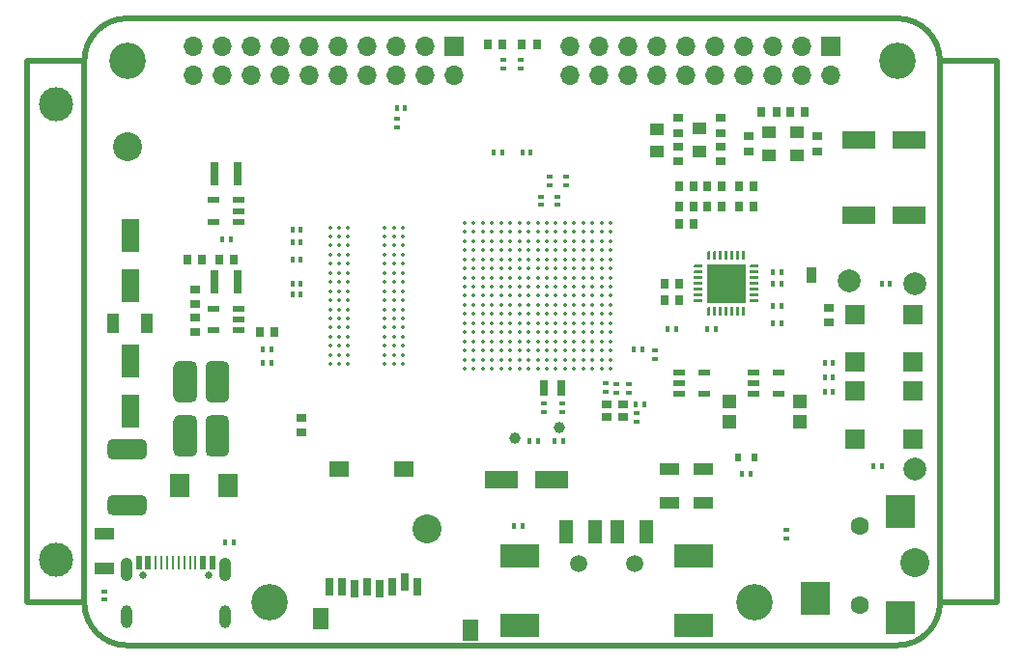
<source format=gbr>
%TF.GenerationSoftware,KiCad,Pcbnew,(5.1.10-1-10_14)*%
%TF.CreationDate,2021-07-27T16:35:17+02:00*%
%TF.ProjectId,EX-PCB-10108-001,45582d50-4342-42d3-9130-3130382d3030,A*%
%TF.SameCoordinates,Original*%
%TF.FileFunction,Soldermask,Top*%
%TF.FilePolarity,Negative*%
%FSLAX46Y46*%
G04 Gerber Fmt 4.6, Leading zero omitted, Abs format (unit mm)*
G04 Created by KiCad (PCBNEW (5.1.10-1-10_14)) date 2021-07-27 16:35:17*
%MOMM*%
%LPD*%
G01*
G04 APERTURE LIST*
%TA.AperFunction,Profile*%
%ADD10C,0.500000*%
%TD*%
%ADD11C,3.000000*%
%ADD12O,1.000000X2.000000*%
%ADD13O,1.050000X2.100000*%
%ADD14C,0.650000*%
%ADD15R,0.550000X1.150000*%
%ADD16R,0.250000X1.150000*%
%ADD17R,0.900000X0.800000*%
%ADD18R,0.510000X0.450000*%
%ADD19R,0.450000X0.510000*%
%ADD20C,1.000000*%
%ADD21R,0.810000X0.710000*%
%ADD22R,0.800000X1.500000*%
%ADD23R,1.400000X1.900000*%
%ADD24R,1.800000X1.400000*%
%ADD25R,0.710000X0.810000*%
%ADD26R,3.350000X3.350000*%
%ADD27R,1.060000X0.500000*%
%ADD28C,2.000000*%
%ADD29C,2.540000*%
%ADD30R,1.250000X1.150000*%
%ADD31R,1.800000X1.070000*%
%ADD32R,0.600000X0.700000*%
%ADD33R,1.250000X1.000000*%
%ADD34R,3.000000X1.600000*%
%ADD35R,2.550000X2.900000*%
%ADD36C,1.600000*%
%ADD37R,1.700000X1.700000*%
%ADD38O,1.700000X1.700000*%
%ADD39C,1.500000*%
%ADD40R,1.250000X2.000000*%
%ADD41R,3.500000X2.000000*%
%ADD42C,3.200000*%
%ADD43C,0.350000*%
%ADD44R,1.800000X1.800000*%
%ADD45R,1.070000X1.800000*%
%ADD46R,1.750000X2.000000*%
%ADD47R,1.600000X3.000000*%
%ADD48R,0.800000X2.000000*%
%ADD49R,0.700000X1.400000*%
G04 APERTURE END LIST*
D10*
X41450000Y-85250000D02*
X46450000Y-85250000D01*
X41450000Y-132750000D02*
X46450000Y-132750000D01*
X121450000Y-132750000D02*
X126450000Y-132750000D01*
X126450000Y-85250000D02*
X121450000Y-85250000D01*
X126450000Y-85250000D02*
X126450000Y-132750000D01*
X41450000Y-85250000D02*
X41450000Y-132750000D01*
X117700000Y-81500000D02*
G75*
G02*
X121450000Y-85250000I0J-3750000D01*
G01*
X46450000Y-85250000D02*
G75*
G02*
X50200000Y-81500000I3750000J0D01*
G01*
X50200000Y-136500000D02*
G75*
G02*
X46450000Y-132750000I0J3750000D01*
G01*
X121450000Y-132750000D02*
G75*
G02*
X117700000Y-136500000I-3750000J0D01*
G01*
X46450000Y-85250000D02*
X46450000Y-132750000D01*
X117700000Y-136500000D02*
X50200000Y-136500000D01*
X117700000Y-81500000D02*
X50200000Y-81500000D01*
X121450000Y-85250000D02*
X121450000Y-132750000D01*
D11*
X43950000Y-129025000D03*
X43950000Y-89025000D03*
D12*
X50130000Y-134000000D03*
X58770000Y-134000000D03*
D13*
X50130000Y-129820000D03*
X58770000Y-129820000D03*
D14*
X57340000Y-130320000D03*
X51560000Y-130320000D03*
D15*
X51250000Y-129245000D03*
X57650000Y-129245000D03*
X52050000Y-129245000D03*
X56850000Y-129245000D03*
D16*
X54700000Y-129245000D03*
X54200000Y-129245000D03*
X55200000Y-129245000D03*
X55700000Y-129245000D03*
X56200000Y-129245000D03*
X53700000Y-129245000D03*
X53200000Y-129245000D03*
X52700000Y-129245000D03*
D17*
X92250000Y-116450000D03*
X93650000Y-116450000D03*
X93650000Y-115350000D03*
X92250000Y-115350000D03*
D18*
X94150000Y-113625000D03*
X94150000Y-114375000D03*
X92150000Y-113525000D03*
X92150000Y-114275000D03*
D19*
X65425000Y-100000000D03*
X64675000Y-100000000D03*
X65425000Y-101100000D03*
X64675000Y-101100000D03*
D20*
X88050000Y-117400000D03*
X84200000Y-118300000D03*
D19*
X86225000Y-118550000D03*
X85475000Y-118550000D03*
X87675000Y-118550000D03*
X88425000Y-118550000D03*
D21*
X110200000Y-103700000D03*
X110200000Y-104350000D03*
D19*
X94575000Y-110500000D03*
X95325000Y-110500000D03*
D18*
X96450000Y-111375000D03*
X96450000Y-110625000D03*
D19*
X97575000Y-108750000D03*
X98325000Y-108750000D03*
X101825000Y-108750000D03*
X101075000Y-108750000D03*
X116325000Y-120750000D03*
X115575000Y-120750000D03*
X111325000Y-114250000D03*
X112075000Y-114250000D03*
X112075000Y-111750000D03*
X111325000Y-111750000D03*
X116325000Y-104750000D03*
X117075000Y-104750000D03*
X111325000Y-113000000D03*
X112075000Y-113000000D03*
D18*
X73850000Y-91075000D03*
X73850000Y-90325000D03*
D22*
X75640000Y-131350000D03*
X74540000Y-130950000D03*
X73440000Y-131350000D03*
X72340000Y-131550000D03*
X71240000Y-131350000D03*
X70140000Y-131550000D03*
X69040000Y-131350000D03*
X67940000Y-131350000D03*
D23*
X67150000Y-134200000D03*
X80300000Y-135200000D03*
D24*
X68750000Y-121050000D03*
X74450000Y-121050000D03*
D19*
X85575000Y-93250000D03*
X84825000Y-93250000D03*
X82325000Y-93250000D03*
X83075000Y-93250000D03*
D18*
X88700000Y-95375000D03*
X88700000Y-96125000D03*
X87950000Y-97125000D03*
X87950000Y-97875000D03*
X87200000Y-95375000D03*
X87200000Y-96125000D03*
X86450000Y-97125000D03*
X86450000Y-97875000D03*
D25*
X97305000Y-104750000D03*
X98595000Y-104750000D03*
X97305000Y-106250000D03*
X98595000Y-106250000D03*
D19*
X74575000Y-89400000D03*
X73825000Y-89400000D03*
X106825000Y-104750000D03*
X107575000Y-104750000D03*
X106825000Y-103750000D03*
X107575000Y-103750000D03*
X107575000Y-108250000D03*
X106825000Y-108250000D03*
X107575000Y-106750000D03*
X106825000Y-106750000D03*
G36*
G01*
X101262500Y-107600000D02*
X101137500Y-107600000D01*
G75*
G02*
X101075000Y-107537500I0J62500D01*
G01*
X101075000Y-106862500D01*
G75*
G02*
X101137500Y-106800000I62500J0D01*
G01*
X101262500Y-106800000D01*
G75*
G02*
X101325000Y-106862500I0J-62500D01*
G01*
X101325000Y-107537500D01*
G75*
G02*
X101262500Y-107600000I-62500J0D01*
G01*
G37*
G36*
G01*
X101762500Y-107600000D02*
X101637500Y-107600000D01*
G75*
G02*
X101575000Y-107537500I0J62500D01*
G01*
X101575000Y-106862500D01*
G75*
G02*
X101637500Y-106800000I62500J0D01*
G01*
X101762500Y-106800000D01*
G75*
G02*
X101825000Y-106862500I0J-62500D01*
G01*
X101825000Y-107537500D01*
G75*
G02*
X101762500Y-107600000I-62500J0D01*
G01*
G37*
G36*
G01*
X102262500Y-107600000D02*
X102137500Y-107600000D01*
G75*
G02*
X102075000Y-107537500I0J62500D01*
G01*
X102075000Y-106862500D01*
G75*
G02*
X102137500Y-106800000I62500J0D01*
G01*
X102262500Y-106800000D01*
G75*
G02*
X102325000Y-106862500I0J-62500D01*
G01*
X102325000Y-107537500D01*
G75*
G02*
X102262500Y-107600000I-62500J0D01*
G01*
G37*
G36*
G01*
X102762500Y-107600000D02*
X102637500Y-107600000D01*
G75*
G02*
X102575000Y-107537500I0J62500D01*
G01*
X102575000Y-106862500D01*
G75*
G02*
X102637500Y-106800000I62500J0D01*
G01*
X102762500Y-106800000D01*
G75*
G02*
X102825000Y-106862500I0J-62500D01*
G01*
X102825000Y-107537500D01*
G75*
G02*
X102762500Y-107600000I-62500J0D01*
G01*
G37*
G36*
G01*
X103262500Y-107600000D02*
X103137500Y-107600000D01*
G75*
G02*
X103075000Y-107537500I0J62500D01*
G01*
X103075000Y-106862500D01*
G75*
G02*
X103137500Y-106800000I62500J0D01*
G01*
X103262500Y-106800000D01*
G75*
G02*
X103325000Y-106862500I0J-62500D01*
G01*
X103325000Y-107537500D01*
G75*
G02*
X103262500Y-107600000I-62500J0D01*
G01*
G37*
G36*
G01*
X103762500Y-107600000D02*
X103637500Y-107600000D01*
G75*
G02*
X103575000Y-107537500I0J62500D01*
G01*
X103575000Y-106862500D01*
G75*
G02*
X103637500Y-106800000I62500J0D01*
G01*
X103762500Y-106800000D01*
G75*
G02*
X103825000Y-106862500I0J-62500D01*
G01*
X103825000Y-107537500D01*
G75*
G02*
X103762500Y-107600000I-62500J0D01*
G01*
G37*
G36*
G01*
X104262500Y-107600000D02*
X104137500Y-107600000D01*
G75*
G02*
X104075000Y-107537500I0J62500D01*
G01*
X104075000Y-106862500D01*
G75*
G02*
X104137500Y-106800000I62500J0D01*
G01*
X104262500Y-106800000D01*
G75*
G02*
X104325000Y-106862500I0J-62500D01*
G01*
X104325000Y-107537500D01*
G75*
G02*
X104262500Y-107600000I-62500J0D01*
G01*
G37*
G36*
G01*
X105487500Y-106375000D02*
X104812500Y-106375000D01*
G75*
G02*
X104750000Y-106312500I0J62500D01*
G01*
X104750000Y-106187500D01*
G75*
G02*
X104812500Y-106125000I62500J0D01*
G01*
X105487500Y-106125000D01*
G75*
G02*
X105550000Y-106187500I0J-62500D01*
G01*
X105550000Y-106312500D01*
G75*
G02*
X105487500Y-106375000I-62500J0D01*
G01*
G37*
G36*
G01*
X105487500Y-105875000D02*
X104812500Y-105875000D01*
G75*
G02*
X104750000Y-105812500I0J62500D01*
G01*
X104750000Y-105687500D01*
G75*
G02*
X104812500Y-105625000I62500J0D01*
G01*
X105487500Y-105625000D01*
G75*
G02*
X105550000Y-105687500I0J-62500D01*
G01*
X105550000Y-105812500D01*
G75*
G02*
X105487500Y-105875000I-62500J0D01*
G01*
G37*
G36*
G01*
X105487500Y-105375000D02*
X104812500Y-105375000D01*
G75*
G02*
X104750000Y-105312500I0J62500D01*
G01*
X104750000Y-105187500D01*
G75*
G02*
X104812500Y-105125000I62500J0D01*
G01*
X105487500Y-105125000D01*
G75*
G02*
X105550000Y-105187500I0J-62500D01*
G01*
X105550000Y-105312500D01*
G75*
G02*
X105487500Y-105375000I-62500J0D01*
G01*
G37*
G36*
G01*
X105487500Y-104875000D02*
X104812500Y-104875000D01*
G75*
G02*
X104750000Y-104812500I0J62500D01*
G01*
X104750000Y-104687500D01*
G75*
G02*
X104812500Y-104625000I62500J0D01*
G01*
X105487500Y-104625000D01*
G75*
G02*
X105550000Y-104687500I0J-62500D01*
G01*
X105550000Y-104812500D01*
G75*
G02*
X105487500Y-104875000I-62500J0D01*
G01*
G37*
G36*
G01*
X105487500Y-104375000D02*
X104812500Y-104375000D01*
G75*
G02*
X104750000Y-104312500I0J62500D01*
G01*
X104750000Y-104187500D01*
G75*
G02*
X104812500Y-104125000I62500J0D01*
G01*
X105487500Y-104125000D01*
G75*
G02*
X105550000Y-104187500I0J-62500D01*
G01*
X105550000Y-104312500D01*
G75*
G02*
X105487500Y-104375000I-62500J0D01*
G01*
G37*
G36*
G01*
X105487500Y-103875000D02*
X104812500Y-103875000D01*
G75*
G02*
X104750000Y-103812500I0J62500D01*
G01*
X104750000Y-103687500D01*
G75*
G02*
X104812500Y-103625000I62500J0D01*
G01*
X105487500Y-103625000D01*
G75*
G02*
X105550000Y-103687500I0J-62500D01*
G01*
X105550000Y-103812500D01*
G75*
G02*
X105487500Y-103875000I-62500J0D01*
G01*
G37*
G36*
G01*
X105487500Y-103375000D02*
X104812500Y-103375000D01*
G75*
G02*
X104750000Y-103312500I0J62500D01*
G01*
X104750000Y-103187500D01*
G75*
G02*
X104812500Y-103125000I62500J0D01*
G01*
X105487500Y-103125000D01*
G75*
G02*
X105550000Y-103187500I0J-62500D01*
G01*
X105550000Y-103312500D01*
G75*
G02*
X105487500Y-103375000I-62500J0D01*
G01*
G37*
G36*
G01*
X104262500Y-102700000D02*
X104137500Y-102700000D01*
G75*
G02*
X104075000Y-102637500I0J62500D01*
G01*
X104075000Y-101962500D01*
G75*
G02*
X104137500Y-101900000I62500J0D01*
G01*
X104262500Y-101900000D01*
G75*
G02*
X104325000Y-101962500I0J-62500D01*
G01*
X104325000Y-102637500D01*
G75*
G02*
X104262500Y-102700000I-62500J0D01*
G01*
G37*
G36*
G01*
X103762500Y-102700000D02*
X103637500Y-102700000D01*
G75*
G02*
X103575000Y-102637500I0J62500D01*
G01*
X103575000Y-101962500D01*
G75*
G02*
X103637500Y-101900000I62500J0D01*
G01*
X103762500Y-101900000D01*
G75*
G02*
X103825000Y-101962500I0J-62500D01*
G01*
X103825000Y-102637500D01*
G75*
G02*
X103762500Y-102700000I-62500J0D01*
G01*
G37*
G36*
G01*
X103262500Y-102700000D02*
X103137500Y-102700000D01*
G75*
G02*
X103075000Y-102637500I0J62500D01*
G01*
X103075000Y-101962500D01*
G75*
G02*
X103137500Y-101900000I62500J0D01*
G01*
X103262500Y-101900000D01*
G75*
G02*
X103325000Y-101962500I0J-62500D01*
G01*
X103325000Y-102637500D01*
G75*
G02*
X103262500Y-102700000I-62500J0D01*
G01*
G37*
G36*
G01*
X102762500Y-102700000D02*
X102637500Y-102700000D01*
G75*
G02*
X102575000Y-102637500I0J62500D01*
G01*
X102575000Y-101962500D01*
G75*
G02*
X102637500Y-101900000I62500J0D01*
G01*
X102762500Y-101900000D01*
G75*
G02*
X102825000Y-101962500I0J-62500D01*
G01*
X102825000Y-102637500D01*
G75*
G02*
X102762500Y-102700000I-62500J0D01*
G01*
G37*
G36*
G01*
X102262500Y-102700000D02*
X102137500Y-102700000D01*
G75*
G02*
X102075000Y-102637500I0J62500D01*
G01*
X102075000Y-101962500D01*
G75*
G02*
X102137500Y-101900000I62500J0D01*
G01*
X102262500Y-101900000D01*
G75*
G02*
X102325000Y-101962500I0J-62500D01*
G01*
X102325000Y-102637500D01*
G75*
G02*
X102262500Y-102700000I-62500J0D01*
G01*
G37*
G36*
G01*
X101762500Y-102700000D02*
X101637500Y-102700000D01*
G75*
G02*
X101575000Y-102637500I0J62500D01*
G01*
X101575000Y-101962500D01*
G75*
G02*
X101637500Y-101900000I62500J0D01*
G01*
X101762500Y-101900000D01*
G75*
G02*
X101825000Y-101962500I0J-62500D01*
G01*
X101825000Y-102637500D01*
G75*
G02*
X101762500Y-102700000I-62500J0D01*
G01*
G37*
G36*
G01*
X101262500Y-102700000D02*
X101137500Y-102700000D01*
G75*
G02*
X101075000Y-102637500I0J62500D01*
G01*
X101075000Y-101962500D01*
G75*
G02*
X101137500Y-101900000I62500J0D01*
G01*
X101262500Y-101900000D01*
G75*
G02*
X101325000Y-101962500I0J-62500D01*
G01*
X101325000Y-102637500D01*
G75*
G02*
X101262500Y-102700000I-62500J0D01*
G01*
G37*
G36*
G01*
X100587500Y-103375000D02*
X99912500Y-103375000D01*
G75*
G02*
X99850000Y-103312500I0J62500D01*
G01*
X99850000Y-103187500D01*
G75*
G02*
X99912500Y-103125000I62500J0D01*
G01*
X100587500Y-103125000D01*
G75*
G02*
X100650000Y-103187500I0J-62500D01*
G01*
X100650000Y-103312500D01*
G75*
G02*
X100587500Y-103375000I-62500J0D01*
G01*
G37*
G36*
G01*
X100587500Y-103875000D02*
X99912500Y-103875000D01*
G75*
G02*
X99850000Y-103812500I0J62500D01*
G01*
X99850000Y-103687500D01*
G75*
G02*
X99912500Y-103625000I62500J0D01*
G01*
X100587500Y-103625000D01*
G75*
G02*
X100650000Y-103687500I0J-62500D01*
G01*
X100650000Y-103812500D01*
G75*
G02*
X100587500Y-103875000I-62500J0D01*
G01*
G37*
G36*
G01*
X100587500Y-104375000D02*
X99912500Y-104375000D01*
G75*
G02*
X99850000Y-104312500I0J62500D01*
G01*
X99850000Y-104187500D01*
G75*
G02*
X99912500Y-104125000I62500J0D01*
G01*
X100587500Y-104125000D01*
G75*
G02*
X100650000Y-104187500I0J-62500D01*
G01*
X100650000Y-104312500D01*
G75*
G02*
X100587500Y-104375000I-62500J0D01*
G01*
G37*
G36*
G01*
X100587500Y-104875000D02*
X99912500Y-104875000D01*
G75*
G02*
X99850000Y-104812500I0J62500D01*
G01*
X99850000Y-104687500D01*
G75*
G02*
X99912500Y-104625000I62500J0D01*
G01*
X100587500Y-104625000D01*
G75*
G02*
X100650000Y-104687500I0J-62500D01*
G01*
X100650000Y-104812500D01*
G75*
G02*
X100587500Y-104875000I-62500J0D01*
G01*
G37*
G36*
G01*
X100587500Y-105375000D02*
X99912500Y-105375000D01*
G75*
G02*
X99850000Y-105312500I0J62500D01*
G01*
X99850000Y-105187500D01*
G75*
G02*
X99912500Y-105125000I62500J0D01*
G01*
X100587500Y-105125000D01*
G75*
G02*
X100650000Y-105187500I0J-62500D01*
G01*
X100650000Y-105312500D01*
G75*
G02*
X100587500Y-105375000I-62500J0D01*
G01*
G37*
G36*
G01*
X100587500Y-105875000D02*
X99912500Y-105875000D01*
G75*
G02*
X99850000Y-105812500I0J62500D01*
G01*
X99850000Y-105687500D01*
G75*
G02*
X99912500Y-105625000I62500J0D01*
G01*
X100587500Y-105625000D01*
G75*
G02*
X100650000Y-105687500I0J-62500D01*
G01*
X100650000Y-105812500D01*
G75*
G02*
X100587500Y-105875000I-62500J0D01*
G01*
G37*
G36*
G01*
X100587500Y-106375000D02*
X99912500Y-106375000D01*
G75*
G02*
X99850000Y-106312500I0J62500D01*
G01*
X99850000Y-106187500D01*
G75*
G02*
X99912500Y-106125000I62500J0D01*
G01*
X100587500Y-106125000D01*
G75*
G02*
X100650000Y-106187500I0J-62500D01*
G01*
X100650000Y-106312500D01*
G75*
G02*
X100587500Y-106375000I-62500J0D01*
G01*
G37*
D26*
X102700000Y-104750000D03*
D27*
X100800000Y-112550000D03*
X100800000Y-114450000D03*
X98600000Y-114450000D03*
X98600000Y-113500000D03*
X98600000Y-112550000D03*
X107300000Y-112550000D03*
X107300000Y-114450000D03*
X105100000Y-114450000D03*
X105100000Y-113500000D03*
X105100000Y-112550000D03*
D28*
X119200000Y-121000000D03*
X119200000Y-104750000D03*
X113450000Y-104500000D03*
D18*
X84700000Y-85125000D03*
X84700000Y-85875000D03*
X83200000Y-85875000D03*
X83200000Y-85125000D03*
D25*
X99845000Y-99500000D03*
X98555000Y-99500000D03*
X105095000Y-96250000D03*
X103805000Y-96250000D03*
X101055000Y-96250000D03*
X102345000Y-96250000D03*
X101055000Y-98000000D03*
X102345000Y-98000000D03*
X103805000Y-98000000D03*
X105095000Y-98000000D03*
D21*
X111700000Y-106855000D03*
X111700000Y-108145000D03*
D25*
X107095000Y-89750000D03*
X105805000Y-89750000D03*
X109595000Y-89750000D03*
X108305000Y-89750000D03*
D21*
X110700000Y-93145000D03*
X110700000Y-91855000D03*
X104700000Y-93145000D03*
X104700000Y-91855000D03*
X98500000Y-94045000D03*
X98500000Y-92755000D03*
X98500000Y-91545000D03*
X98500000Y-90255000D03*
X102200000Y-94045000D03*
X102200000Y-92755000D03*
X102200000Y-91545000D03*
X102200000Y-90255000D03*
D19*
X104825000Y-121500000D03*
X104075000Y-121500000D03*
D25*
X63095000Y-109000000D03*
X61805000Y-109000000D03*
D29*
X119200000Y-129250000D03*
D30*
X102950000Y-116875000D03*
X102950000Y-115125000D03*
X109200000Y-116875000D03*
X109200000Y-115125000D03*
D31*
X97700000Y-120995000D03*
X97700000Y-124005000D03*
D32*
X103750000Y-120000000D03*
X105150000Y-120000000D03*
D25*
X83095000Y-83750000D03*
X81805000Y-83750000D03*
X84805000Y-83750000D03*
X86095000Y-83750000D03*
D18*
X107950000Y-127125000D03*
X107950000Y-126375000D03*
D19*
X59575000Y-127500000D03*
X58825000Y-127500000D03*
D25*
X99845000Y-96250000D03*
X98555000Y-96250000D03*
X98555000Y-98000000D03*
X99845000Y-98000000D03*
D33*
X106450000Y-91500000D03*
X106450000Y-93500000D03*
X108950000Y-91500000D03*
X108950000Y-93500000D03*
X96650000Y-93200000D03*
X96650000Y-91200000D03*
X100350000Y-93150000D03*
X100350000Y-91150000D03*
D19*
X84075000Y-126000000D03*
X84825000Y-126000000D03*
D34*
X87400000Y-122000000D03*
X83000000Y-122000000D03*
D35*
X117950000Y-124800000D03*
X117950000Y-134100000D03*
X110550000Y-132350000D03*
D36*
X114450000Y-126000000D03*
X114450000Y-133000000D03*
D37*
X111880000Y-83980000D03*
D38*
X111880000Y-86520000D03*
X109340000Y-83980000D03*
X109340000Y-86520000D03*
X106800000Y-83980000D03*
X106800000Y-86520000D03*
X104260000Y-83980000D03*
X104260000Y-86520000D03*
X101720000Y-83980000D03*
X101720000Y-86520000D03*
X99180000Y-83980000D03*
X99180000Y-86520000D03*
X96640000Y-83980000D03*
X96640000Y-86520000D03*
X94100000Y-83980000D03*
X94100000Y-86520000D03*
X91560000Y-83980000D03*
X91560000Y-86520000D03*
X89020000Y-83980000D03*
X89020000Y-86520000D03*
D37*
X78880000Y-83980000D03*
D38*
X78880000Y-86520000D03*
X76340000Y-83980000D03*
X76340000Y-86520000D03*
X73800000Y-83980000D03*
X73800000Y-86520000D03*
X71260000Y-83980000D03*
X71260000Y-86520000D03*
X68720000Y-83980000D03*
X68720000Y-86520000D03*
X66180000Y-83980000D03*
X66180000Y-86520000D03*
X63640000Y-83980000D03*
X63640000Y-86520000D03*
X61100000Y-83980000D03*
X61100000Y-86520000D03*
X58560000Y-83980000D03*
X58560000Y-86520000D03*
X56020000Y-83980000D03*
X56020000Y-86520000D03*
D20*
X98800000Y-128650000D03*
X100000000Y-128650000D03*
X100000000Y-134750000D03*
X98800000Y-134750000D03*
X84400000Y-134750000D03*
X85600000Y-134750000D03*
X84400000Y-128650000D03*
X85600000Y-128650000D03*
D39*
X94650000Y-129350000D03*
X89750000Y-129350000D03*
D40*
X88700000Y-126550000D03*
X95700000Y-126550000D03*
X91200000Y-126550000D03*
D41*
X84575000Y-128650000D03*
X99825000Y-128650000D03*
X99825000Y-134750000D03*
X84575000Y-134750000D03*
D40*
X93200000Y-126550000D03*
D42*
X50200000Y-85250000D03*
D43*
X92580000Y-112230000D03*
X92580000Y-111430000D03*
X92580000Y-110630000D03*
X92580000Y-109830000D03*
X92580000Y-109030000D03*
X92580000Y-108230000D03*
X92580000Y-107430000D03*
X92580000Y-106630000D03*
X92580000Y-105830000D03*
X92580000Y-105030000D03*
X92580000Y-104230000D03*
X92580000Y-103430000D03*
X92580000Y-102630000D03*
X92580000Y-101830000D03*
X92580000Y-101030000D03*
X92580000Y-100230000D03*
X92580000Y-99430000D03*
X91780000Y-112230000D03*
X91780000Y-111430000D03*
X91780000Y-110630000D03*
X91780000Y-109830000D03*
X91780000Y-109030000D03*
X91780000Y-108230000D03*
X91780000Y-107430000D03*
X91780000Y-106630000D03*
X91780000Y-105830000D03*
X91780000Y-105030000D03*
X91780000Y-104230000D03*
X91780000Y-103430000D03*
X91780000Y-102630000D03*
X91780000Y-101830000D03*
X91780000Y-101030000D03*
X91780000Y-100230000D03*
X91780000Y-99430000D03*
X90980000Y-112230000D03*
X90980000Y-111430000D03*
X90980000Y-110630000D03*
X90980000Y-109830000D03*
X90980000Y-109030000D03*
X90980000Y-108230000D03*
X90980000Y-107430000D03*
X90980000Y-106630000D03*
X90980000Y-105830000D03*
X90980000Y-105030000D03*
X90980000Y-104230000D03*
X90980000Y-103430000D03*
X90980000Y-102630000D03*
X90980000Y-101830000D03*
X90980000Y-101030000D03*
X90980000Y-100230000D03*
X90980000Y-99430000D03*
X90180000Y-112230000D03*
X90180000Y-111430000D03*
X90180000Y-110630000D03*
X90180000Y-109830000D03*
X90180000Y-109030000D03*
X90180000Y-108230000D03*
X90180000Y-107430000D03*
X90180000Y-106630000D03*
X90180000Y-105830000D03*
X90180000Y-105030000D03*
X90180000Y-104230000D03*
X90180000Y-103430000D03*
X90180000Y-102630000D03*
X90180000Y-101830000D03*
X90180000Y-101030000D03*
X90180000Y-100230000D03*
X90180000Y-99430000D03*
X89380000Y-112230000D03*
X89380000Y-111430000D03*
X89380000Y-110630000D03*
X89380000Y-109830000D03*
X89380000Y-109030000D03*
X89380000Y-108230000D03*
X89380000Y-107430000D03*
X89380000Y-106630000D03*
X89380000Y-105830000D03*
X89380000Y-105030000D03*
X89380000Y-104230000D03*
X89380000Y-103430000D03*
X89380000Y-102630000D03*
X89380000Y-101830000D03*
X89380000Y-101030000D03*
X89380000Y-100230000D03*
X89380000Y-99430000D03*
X88580000Y-112230000D03*
X88580000Y-111430000D03*
X88580000Y-110630000D03*
X88580000Y-109830000D03*
X88580000Y-109030000D03*
X88580000Y-108230000D03*
X88580000Y-107430000D03*
X88580000Y-106630000D03*
X88580000Y-105830000D03*
X88580000Y-105030000D03*
X88580000Y-104230000D03*
X88580000Y-103430000D03*
X88580000Y-102630000D03*
X88580000Y-101830000D03*
X88580000Y-101030000D03*
X88580000Y-100230000D03*
X88580000Y-99430000D03*
X87780000Y-112230000D03*
X87780000Y-111430000D03*
X87780000Y-110630000D03*
X87780000Y-109830000D03*
X87780000Y-109030000D03*
X87780000Y-108230000D03*
X87780000Y-107430000D03*
X87780000Y-106630000D03*
X87780000Y-105830000D03*
X87780000Y-105030000D03*
X87780000Y-104230000D03*
X87780000Y-103430000D03*
X87780000Y-102630000D03*
X87780000Y-101830000D03*
X87780000Y-101030000D03*
X87780000Y-100230000D03*
X87780000Y-99430000D03*
X86980000Y-112230000D03*
X86980000Y-111430000D03*
X86980000Y-110630000D03*
X86980000Y-109830000D03*
X86980000Y-109030000D03*
X86980000Y-108230000D03*
X86980000Y-107430000D03*
X86980000Y-106630000D03*
X86980000Y-105830000D03*
X86980000Y-105030000D03*
X86980000Y-104230000D03*
X86980000Y-103430000D03*
X86980000Y-102630000D03*
X86980000Y-101830000D03*
X86980000Y-101030000D03*
X86980000Y-100230000D03*
X86980000Y-99430000D03*
X86180000Y-112230000D03*
X86180000Y-111430000D03*
X86180000Y-110630000D03*
X86180000Y-109830000D03*
X86180000Y-109030000D03*
X86180000Y-108230000D03*
X86180000Y-107430000D03*
X86180000Y-106630000D03*
X86180000Y-105830000D03*
X86180000Y-105030000D03*
X86180000Y-104230000D03*
X86180000Y-103430000D03*
X86180000Y-102630000D03*
X86180000Y-101830000D03*
X86180000Y-101030000D03*
X86180000Y-100230000D03*
X86180000Y-99430000D03*
X85380000Y-112230000D03*
X85380000Y-111430000D03*
X85380000Y-110630000D03*
X85380000Y-109830000D03*
X85380000Y-109030000D03*
X85380000Y-108230000D03*
X85380000Y-107430000D03*
X85380000Y-106630000D03*
X85380000Y-105830000D03*
X85380000Y-105030000D03*
X85380000Y-104230000D03*
X85380000Y-103430000D03*
X85380000Y-102630000D03*
X85380000Y-101830000D03*
X85380000Y-101030000D03*
X85380000Y-100230000D03*
X85380000Y-99430000D03*
X84580000Y-112230000D03*
X84580000Y-111430000D03*
X84580000Y-110630000D03*
X84580000Y-109830000D03*
X84580000Y-109030000D03*
X84580000Y-108230000D03*
X84580000Y-107430000D03*
X84580000Y-106630000D03*
X84580000Y-105830000D03*
X84580000Y-105030000D03*
X84580000Y-104230000D03*
X84580000Y-103430000D03*
X84580000Y-102630000D03*
X84580000Y-101830000D03*
X84580000Y-101030000D03*
X84580000Y-100230000D03*
X84580000Y-99430000D03*
X83780000Y-112230000D03*
X83780000Y-111430000D03*
X83780000Y-110630000D03*
X83780000Y-109830000D03*
X83780000Y-109030000D03*
X83780000Y-108230000D03*
X83780000Y-107430000D03*
X83780000Y-106630000D03*
X83780000Y-105830000D03*
X83780000Y-105030000D03*
X83780000Y-104230000D03*
X83780000Y-103430000D03*
X83780000Y-102630000D03*
X83780000Y-101830000D03*
X83780000Y-101030000D03*
X83780000Y-100230000D03*
X83780000Y-99430000D03*
X82980000Y-112230000D03*
X82980000Y-111430000D03*
X82980000Y-110630000D03*
X82980000Y-109830000D03*
X82980000Y-109030000D03*
X82980000Y-108230000D03*
X82980000Y-107430000D03*
X82980000Y-106630000D03*
X82980000Y-105830000D03*
X82980000Y-105030000D03*
X82980000Y-104230000D03*
X82980000Y-103430000D03*
X82980000Y-102630000D03*
X82980000Y-101830000D03*
X82980000Y-101030000D03*
X82980000Y-100230000D03*
X82980000Y-99430000D03*
X82180000Y-112230000D03*
X82180000Y-111430000D03*
X82180000Y-110630000D03*
X82180000Y-109830000D03*
X82180000Y-109030000D03*
X82180000Y-108230000D03*
X82180000Y-107430000D03*
X82180000Y-106630000D03*
X82180000Y-105830000D03*
X82180000Y-105030000D03*
X82180000Y-104230000D03*
X82180000Y-103430000D03*
X82180000Y-102630000D03*
X82180000Y-101830000D03*
X82180000Y-101030000D03*
X82180000Y-100230000D03*
X82180000Y-99430000D03*
X81380000Y-112230000D03*
X81380000Y-111430000D03*
X81380000Y-110630000D03*
X81380000Y-109830000D03*
X81380000Y-109030000D03*
X81380000Y-108230000D03*
X81380000Y-107430000D03*
X81380000Y-106630000D03*
X81380000Y-105830000D03*
X81380000Y-105030000D03*
X81380000Y-104230000D03*
X81380000Y-103430000D03*
X81380000Y-102630000D03*
X81380000Y-101830000D03*
X81380000Y-101030000D03*
X81380000Y-100230000D03*
X81380000Y-99430000D03*
X80580000Y-112230000D03*
X80580000Y-111430000D03*
X80580000Y-110630000D03*
X80580000Y-109830000D03*
X80580000Y-109030000D03*
X80580000Y-108230000D03*
X80580000Y-107430000D03*
X80580000Y-106630000D03*
X80580000Y-105830000D03*
X80580000Y-105030000D03*
X80580000Y-104230000D03*
X80580000Y-103430000D03*
X80580000Y-102630000D03*
X80580000Y-101830000D03*
X80580000Y-101030000D03*
X80580000Y-100230000D03*
X80580000Y-99430000D03*
X79780000Y-112230000D03*
X79780000Y-111430000D03*
X79780000Y-110630000D03*
X79780000Y-109830000D03*
X79780000Y-109030000D03*
X79780000Y-108230000D03*
X79780000Y-107430000D03*
X79780000Y-106630000D03*
X79780000Y-105830000D03*
X79780000Y-105030000D03*
X79780000Y-104230000D03*
X79780000Y-103430000D03*
X79780000Y-102630000D03*
X79780000Y-101830000D03*
X79780000Y-101030000D03*
X79780000Y-100230000D03*
X79780000Y-99430000D03*
D44*
X114010000Y-114205000D03*
X119090000Y-114205000D03*
X119090000Y-118395000D03*
X114010000Y-118395000D03*
X119090000Y-111645000D03*
X114010000Y-111645000D03*
X114010000Y-107455000D03*
X119090000Y-107455000D03*
D18*
X48200000Y-131750000D03*
X48200000Y-132500000D03*
D42*
X62700000Y-132750000D03*
X117700000Y-85250000D03*
X105200000Y-132750000D03*
G36*
G01*
X55821250Y-119955000D02*
X54778750Y-119955000D01*
G75*
G02*
X54257500Y-119433750I0J521250D01*
G01*
X54257500Y-116816250D01*
G75*
G02*
X54778750Y-116295000I521250J0D01*
G01*
X55821250Y-116295000D01*
G75*
G02*
X56342500Y-116816250I0J-521250D01*
G01*
X56342500Y-119433750D01*
G75*
G02*
X55821250Y-119955000I-521250J0D01*
G01*
G37*
G36*
G01*
X58621250Y-119955000D02*
X57578750Y-119955000D01*
G75*
G02*
X57057500Y-119433750I0J521250D01*
G01*
X57057500Y-116816250D01*
G75*
G02*
X57578750Y-116295000I521250J0D01*
G01*
X58621250Y-116295000D01*
G75*
G02*
X59142500Y-116816250I0J-521250D01*
G01*
X59142500Y-119433750D01*
G75*
G02*
X58621250Y-119955000I-521250J0D01*
G01*
G37*
G36*
G01*
X58621250Y-115205000D02*
X57578750Y-115205000D01*
G75*
G02*
X57057500Y-114683750I0J521250D01*
G01*
X57057500Y-112066250D01*
G75*
G02*
X57578750Y-111545000I521250J0D01*
G01*
X58621250Y-111545000D01*
G75*
G02*
X59142500Y-112066250I0J-521250D01*
G01*
X59142500Y-114683750D01*
G75*
G02*
X58621250Y-115205000I-521250J0D01*
G01*
G37*
G36*
G01*
X55821250Y-115205000D02*
X54778750Y-115205000D01*
G75*
G02*
X54257500Y-114683750I0J521250D01*
G01*
X54257500Y-112066250D01*
G75*
G02*
X54778750Y-111545000I521250J0D01*
G01*
X55821250Y-111545000D01*
G75*
G02*
X56342500Y-112066250I0J-521250D01*
G01*
X56342500Y-114683750D01*
G75*
G02*
X55821250Y-115205000I-521250J0D01*
G01*
G37*
D31*
X100700000Y-124005000D03*
X100700000Y-120995000D03*
D45*
X48945000Y-108250000D03*
X51955000Y-108250000D03*
G36*
G01*
X48888500Y-118425000D02*
X51511500Y-118425000D01*
G75*
G02*
X51900000Y-118813500I0J-388500D01*
G01*
X51900000Y-119786500D01*
G75*
G02*
X51511500Y-120175000I-388500J0D01*
G01*
X48888500Y-120175000D01*
G75*
G02*
X48500000Y-119786500I0J388500D01*
G01*
X48500000Y-118813500D01*
G75*
G02*
X48888500Y-118425000I388500J0D01*
G01*
G37*
G36*
G01*
X48888500Y-123325000D02*
X51511500Y-123325000D01*
G75*
G02*
X51900000Y-123713500I0J-388500D01*
G01*
X51900000Y-124686500D01*
G75*
G02*
X51511500Y-125075000I-388500J0D01*
G01*
X48888500Y-125075000D01*
G75*
G02*
X48500000Y-124686500I0J388500D01*
G01*
X48500000Y-123713500D01*
G75*
G02*
X48888500Y-123325000I388500J0D01*
G01*
G37*
D46*
X59050000Y-122500000D03*
X54850000Y-122500000D03*
D31*
X48200000Y-126745000D03*
X48200000Y-129755000D03*
D34*
X114350000Y-98730000D03*
X118750000Y-98730000D03*
X114350000Y-92150000D03*
X118750000Y-92150000D03*
D47*
X50450000Y-111550000D03*
X50450000Y-115950000D03*
X50450000Y-104950000D03*
X50450000Y-100550000D03*
D29*
X76450000Y-126250000D03*
X50200000Y-92750000D03*
D27*
X57800000Y-99350000D03*
X57800000Y-97450000D03*
X60000000Y-97450000D03*
X60000000Y-98400000D03*
X60000000Y-99350000D03*
D19*
X59275000Y-100900000D03*
X58525000Y-100900000D03*
D21*
X56150000Y-106545000D03*
X56150000Y-105255000D03*
X65450000Y-117845000D03*
X65450000Y-116555000D03*
D27*
X57800000Y-108850000D03*
X57800000Y-106950000D03*
X60000000Y-106950000D03*
X60000000Y-107900000D03*
X60000000Y-108850000D03*
D19*
X62825000Y-110500000D03*
X62075000Y-110500000D03*
X62825000Y-111750000D03*
X62075000Y-111750000D03*
D21*
X56150000Y-107755000D03*
X56150000Y-109045000D03*
D48*
X57900000Y-104650000D03*
X59900000Y-104650000D03*
D18*
X93100000Y-114325000D03*
X93100000Y-113575000D03*
D19*
X94750000Y-115325000D03*
X95500000Y-115325000D03*
D18*
X94825000Y-116900000D03*
X94825000Y-116150000D03*
D19*
X64675000Y-102700000D03*
X65425000Y-102700000D03*
X65425000Y-104750000D03*
X64675000Y-104750000D03*
X65425000Y-105750000D03*
X64675000Y-105750000D03*
D49*
X88250000Y-113950000D03*
X86750000Y-113950000D03*
D43*
X74380000Y-111830000D03*
X74380000Y-111030000D03*
X74380000Y-110230000D03*
X74380000Y-109430000D03*
X74380000Y-108630000D03*
X74380000Y-107830000D03*
X74380000Y-107030000D03*
X74380000Y-106230000D03*
X74380000Y-105430000D03*
X74380000Y-104630000D03*
X74380000Y-103830000D03*
X74380000Y-103030000D03*
X74380000Y-102230000D03*
X74380000Y-101430000D03*
X74380000Y-100630000D03*
X74380000Y-99830000D03*
X73580000Y-99830000D03*
X73580000Y-100630000D03*
X73580000Y-101430000D03*
X73580000Y-102230000D03*
X73580000Y-103030000D03*
X73580000Y-103830000D03*
X73580000Y-104630000D03*
X73580000Y-105430000D03*
X73580000Y-106230000D03*
X73580000Y-107030000D03*
X73580000Y-107830000D03*
X73580000Y-108630000D03*
X73580000Y-109430000D03*
X73580000Y-110230000D03*
X73580000Y-111030000D03*
X73580000Y-111830000D03*
X72780000Y-111830000D03*
X72780000Y-111030000D03*
X72780000Y-110230000D03*
X72780000Y-109430000D03*
X72780000Y-108630000D03*
X72780000Y-107830000D03*
X72780000Y-107030000D03*
X72780000Y-106230000D03*
X72780000Y-105430000D03*
X72780000Y-104630000D03*
X72780000Y-103830000D03*
X72780000Y-103030000D03*
X72780000Y-102230000D03*
X72780000Y-101430000D03*
X72780000Y-100630000D03*
X72780000Y-99830000D03*
X69580000Y-111830000D03*
X69580000Y-111030000D03*
X69580000Y-110230000D03*
X69580000Y-109430000D03*
X69580000Y-108630000D03*
X69580000Y-107830000D03*
X69580000Y-107030000D03*
X69580000Y-106230000D03*
X69580000Y-105430000D03*
X69580000Y-104630000D03*
X69580000Y-103830000D03*
X69580000Y-103030000D03*
X69580000Y-102230000D03*
X69580000Y-101430000D03*
X69580000Y-100630000D03*
X69580000Y-99830000D03*
X68780000Y-99830000D03*
X68780000Y-100630000D03*
X68780000Y-101430000D03*
X68780000Y-102230000D03*
X68780000Y-103030000D03*
X68780000Y-103830000D03*
X68780000Y-104630000D03*
X68780000Y-105430000D03*
X68780000Y-106230000D03*
X68780000Y-107030000D03*
X68780000Y-107830000D03*
X68780000Y-108630000D03*
X68780000Y-109430000D03*
X68780000Y-110230000D03*
X68780000Y-111030000D03*
X68780000Y-111830000D03*
X67980000Y-111830000D03*
X67980000Y-111030000D03*
X67980000Y-110230000D03*
X67980000Y-109430000D03*
X67980000Y-108630000D03*
X67980000Y-107830000D03*
X67980000Y-107030000D03*
X67980000Y-106230000D03*
X67980000Y-105430000D03*
X67980000Y-104630000D03*
X67980000Y-103830000D03*
X67980000Y-103030000D03*
X67980000Y-102230000D03*
X67980000Y-101430000D03*
X67980000Y-100630000D03*
X67980000Y-99830000D03*
D48*
X57900000Y-95150000D03*
X59900000Y-95150000D03*
D25*
X58255000Y-102650000D03*
X59545000Y-102650000D03*
D18*
X88300000Y-116025000D03*
X88300000Y-115275000D03*
X86750000Y-116025000D03*
X86750000Y-115275000D03*
D25*
X56795000Y-102650000D03*
X55505000Y-102650000D03*
M02*

</source>
